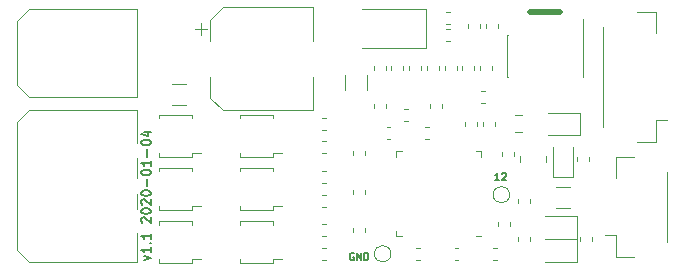
<source format=gbr>
G04 #@! TF.GenerationSoftware,KiCad,Pcbnew,(5.1.5-0-10_14)*
G04 #@! TF.CreationDate,2020-01-04T14:18:12-08:00*
G04 #@! TF.ProjectId,Grits,47726974-732e-46b6-9963-61645f706362,rev?*
G04 #@! TF.SameCoordinates,Original*
G04 #@! TF.FileFunction,Legend,Top*
G04 #@! TF.FilePolarity,Positive*
%FSLAX46Y46*%
G04 Gerber Fmt 4.6, Leading zero omitted, Abs format (unit mm)*
G04 Created by KiCad (PCBNEW (5.1.5-0-10_14)) date 2020-01-04 14:18:12*
%MOMM*%
%LPD*%
G04 APERTURE LIST*
%ADD10C,0.150000*%
%ADD11C,0.500000*%
%ADD12C,0.120000*%
G04 APERTURE END LIST*
D10*
X146135714Y-108771428D02*
X145792857Y-108771428D01*
X145964285Y-108771428D02*
X145964285Y-108171428D01*
X145907142Y-108257142D01*
X145850000Y-108314285D01*
X145792857Y-108342857D01*
X146364285Y-108228571D02*
X146392857Y-108200000D01*
X146450000Y-108171428D01*
X146592857Y-108171428D01*
X146650000Y-108200000D01*
X146678571Y-108228571D01*
X146707142Y-108285714D01*
X146707142Y-108342857D01*
X146678571Y-108428571D01*
X146335714Y-108771428D01*
X146707142Y-108771428D01*
X133792857Y-114950000D02*
X133735714Y-114921428D01*
X133650000Y-114921428D01*
X133564285Y-114950000D01*
X133507142Y-115007142D01*
X133478571Y-115064285D01*
X133450000Y-115178571D01*
X133450000Y-115264285D01*
X133478571Y-115378571D01*
X133507142Y-115435714D01*
X133564285Y-115492857D01*
X133650000Y-115521428D01*
X133707142Y-115521428D01*
X133792857Y-115492857D01*
X133821428Y-115464285D01*
X133821428Y-115264285D01*
X133707142Y-115264285D01*
X134078571Y-115521428D02*
X134078571Y-114921428D01*
X134421428Y-115521428D01*
X134421428Y-114921428D01*
X134707142Y-115521428D02*
X134707142Y-114921428D01*
X134850000Y-114921428D01*
X134935714Y-114950000D01*
X134992857Y-115007142D01*
X135021428Y-115064285D01*
X135050000Y-115178571D01*
X135050000Y-115264285D01*
X135021428Y-115378571D01*
X134992857Y-115435714D01*
X134935714Y-115492857D01*
X134850000Y-115521428D01*
X134707142Y-115521428D01*
X116078571Y-115538214D02*
X116611904Y-115347738D01*
X116078571Y-115157261D01*
X116611904Y-114433452D02*
X116611904Y-114890595D01*
X116611904Y-114662023D02*
X115811904Y-114662023D01*
X115926190Y-114738214D01*
X116002380Y-114814404D01*
X116040476Y-114890595D01*
X116535714Y-114090595D02*
X116573809Y-114052500D01*
X116611904Y-114090595D01*
X116573809Y-114128690D01*
X116535714Y-114090595D01*
X116611904Y-114090595D01*
X116611904Y-113290595D02*
X116611904Y-113747738D01*
X116611904Y-113519166D02*
X115811904Y-113519166D01*
X115926190Y-113595357D01*
X116002380Y-113671547D01*
X116040476Y-113747738D01*
X115888095Y-112376309D02*
X115850000Y-112338214D01*
X115811904Y-112262023D01*
X115811904Y-112071547D01*
X115850000Y-111995357D01*
X115888095Y-111957261D01*
X115964285Y-111919166D01*
X116040476Y-111919166D01*
X116154761Y-111957261D01*
X116611904Y-112414404D01*
X116611904Y-111919166D01*
X115811904Y-111423928D02*
X115811904Y-111347738D01*
X115850000Y-111271547D01*
X115888095Y-111233452D01*
X115964285Y-111195357D01*
X116116666Y-111157261D01*
X116307142Y-111157261D01*
X116459523Y-111195357D01*
X116535714Y-111233452D01*
X116573809Y-111271547D01*
X116611904Y-111347738D01*
X116611904Y-111423928D01*
X116573809Y-111500119D01*
X116535714Y-111538214D01*
X116459523Y-111576309D01*
X116307142Y-111614404D01*
X116116666Y-111614404D01*
X115964285Y-111576309D01*
X115888095Y-111538214D01*
X115850000Y-111500119D01*
X115811904Y-111423928D01*
X115888095Y-110852500D02*
X115850000Y-110814404D01*
X115811904Y-110738214D01*
X115811904Y-110547738D01*
X115850000Y-110471547D01*
X115888095Y-110433452D01*
X115964285Y-110395357D01*
X116040476Y-110395357D01*
X116154761Y-110433452D01*
X116611904Y-110890595D01*
X116611904Y-110395357D01*
X115811904Y-109900119D02*
X115811904Y-109823928D01*
X115850000Y-109747738D01*
X115888095Y-109709642D01*
X115964285Y-109671547D01*
X116116666Y-109633452D01*
X116307142Y-109633452D01*
X116459523Y-109671547D01*
X116535714Y-109709642D01*
X116573809Y-109747738D01*
X116611904Y-109823928D01*
X116611904Y-109900119D01*
X116573809Y-109976309D01*
X116535714Y-110014404D01*
X116459523Y-110052500D01*
X116307142Y-110090595D01*
X116116666Y-110090595D01*
X115964285Y-110052500D01*
X115888095Y-110014404D01*
X115850000Y-109976309D01*
X115811904Y-109900119D01*
X116307142Y-109290595D02*
X116307142Y-108681071D01*
X115811904Y-108147738D02*
X115811904Y-108071547D01*
X115850000Y-107995357D01*
X115888095Y-107957261D01*
X115964285Y-107919166D01*
X116116666Y-107881071D01*
X116307142Y-107881071D01*
X116459523Y-107919166D01*
X116535714Y-107957261D01*
X116573809Y-107995357D01*
X116611904Y-108071547D01*
X116611904Y-108147738D01*
X116573809Y-108223928D01*
X116535714Y-108262023D01*
X116459523Y-108300119D01*
X116307142Y-108338214D01*
X116116666Y-108338214D01*
X115964285Y-108300119D01*
X115888095Y-108262023D01*
X115850000Y-108223928D01*
X115811904Y-108147738D01*
X116611904Y-107119166D02*
X116611904Y-107576309D01*
X116611904Y-107347738D02*
X115811904Y-107347738D01*
X115926190Y-107423928D01*
X116002380Y-107500119D01*
X116040476Y-107576309D01*
X116307142Y-106776309D02*
X116307142Y-106166785D01*
X115811904Y-105633452D02*
X115811904Y-105557261D01*
X115850000Y-105481071D01*
X115888095Y-105442976D01*
X115964285Y-105404880D01*
X116116666Y-105366785D01*
X116307142Y-105366785D01*
X116459523Y-105404880D01*
X116535714Y-105442976D01*
X116573809Y-105481071D01*
X116611904Y-105557261D01*
X116611904Y-105633452D01*
X116573809Y-105709642D01*
X116535714Y-105747738D01*
X116459523Y-105785833D01*
X116307142Y-105823928D01*
X116116666Y-105823928D01*
X115964285Y-105785833D01*
X115888095Y-105747738D01*
X115850000Y-105709642D01*
X115811904Y-105633452D01*
X116078571Y-104681071D02*
X116611904Y-104681071D01*
X115773809Y-104871547D02*
X116345238Y-105062023D01*
X116345238Y-104566785D01*
D11*
X148750000Y-94500000D02*
X151250000Y-94500000D01*
D12*
X150650000Y-108500000D02*
X150650000Y-105950000D01*
X152350000Y-108500000D02*
X152350000Y-105950000D01*
X150650000Y-108500000D02*
X152350000Y-108500000D01*
X136950000Y-115000000D02*
G75*
G03X136950000Y-115000000I-700000J0D01*
G01*
X152740000Y-106837221D02*
X152740000Y-107162779D01*
X153760000Y-106837221D02*
X153760000Y-107162779D01*
X152935000Y-103040000D02*
X150250000Y-103040000D01*
X152935000Y-104960000D02*
X152935000Y-103040000D01*
X150250000Y-104960000D02*
X152935000Y-104960000D01*
X160310000Y-113965000D02*
X160310000Y-108035000D01*
X156040000Y-106765000D02*
X156040000Y-108565000D01*
X157490000Y-106765000D02*
X156040000Y-106765000D01*
X156040000Y-113435000D02*
X155050000Y-113435000D01*
X156040000Y-115235000D02*
X156040000Y-113435000D01*
X157490000Y-115235000D02*
X156040000Y-115235000D01*
X144135000Y-113510000D02*
X144610000Y-113510000D01*
X137390000Y-106290000D02*
X137390000Y-106765000D01*
X137865000Y-106290000D02*
X137390000Y-106290000D01*
X144610000Y-106290000D02*
X144610000Y-106765000D01*
X144135000Y-106290000D02*
X144610000Y-106290000D01*
X137390000Y-113510000D02*
X137390000Y-113035000D01*
X137865000Y-113510000D02*
X137390000Y-113510000D01*
X146830000Y-100015000D02*
X146765000Y-100015000D01*
X146830000Y-96485000D02*
X146765000Y-96485000D01*
X153235000Y-100015000D02*
X153170000Y-100015000D01*
X153235000Y-96485000D02*
X153170000Y-96485000D01*
X153170000Y-95160000D02*
X153170000Y-96485000D01*
X146765000Y-96485000D02*
X146765000Y-100015000D01*
X153235000Y-96485000D02*
X153235000Y-100015000D01*
X127700000Y-106475000D02*
X126970000Y-106475000D01*
X126970000Y-106770000D02*
X126970000Y-106475000D01*
X124130000Y-106770000D02*
X126970000Y-106770000D01*
X124130000Y-106475000D02*
X124130000Y-106770000D01*
X124130000Y-103230000D02*
X124130000Y-103525000D01*
X126970000Y-103230000D02*
X124130000Y-103230000D01*
X126970000Y-103525000D02*
X126970000Y-103230000D01*
X120855000Y-106475000D02*
X120125000Y-106475000D01*
X120125000Y-106770000D02*
X120125000Y-106475000D01*
X117285000Y-106770000D02*
X120125000Y-106770000D01*
X117285000Y-106475000D02*
X117285000Y-106770000D01*
X117285000Y-103230000D02*
X117285000Y-103525000D01*
X120125000Y-103230000D02*
X117285000Y-103230000D01*
X120125000Y-103525000D02*
X120125000Y-103230000D01*
X127700000Y-110975000D02*
X126970000Y-110975000D01*
X126970000Y-111270000D02*
X126970000Y-110975000D01*
X124130000Y-111270000D02*
X126970000Y-111270000D01*
X124130000Y-110975000D02*
X124130000Y-111270000D01*
X124130000Y-107730000D02*
X124130000Y-108025000D01*
X126970000Y-107730000D02*
X124130000Y-107730000D01*
X126970000Y-108025000D02*
X126970000Y-107730000D01*
X120855000Y-110975000D02*
X120125000Y-110975000D01*
X120125000Y-111270000D02*
X120125000Y-110975000D01*
X117285000Y-111270000D02*
X120125000Y-111270000D01*
X117285000Y-110975000D02*
X117285000Y-111270000D01*
X117285000Y-107730000D02*
X117285000Y-108025000D01*
X120125000Y-107730000D02*
X117285000Y-107730000D01*
X120125000Y-108025000D02*
X120125000Y-107730000D01*
X127700000Y-115475000D02*
X126970000Y-115475000D01*
X126970000Y-115770000D02*
X126970000Y-115475000D01*
X124130000Y-115770000D02*
X126970000Y-115770000D01*
X124130000Y-115475000D02*
X124130000Y-115770000D01*
X124130000Y-112230000D02*
X124130000Y-112525000D01*
X126970000Y-112230000D02*
X124130000Y-112230000D01*
X126970000Y-112525000D02*
X126970000Y-112230000D01*
X120855000Y-115475000D02*
X120125000Y-115475000D01*
X120125000Y-115770000D02*
X120125000Y-115475000D01*
X117285000Y-115770000D02*
X120125000Y-115770000D01*
X117285000Y-115475000D02*
X117285000Y-115770000D01*
X117285000Y-112230000D02*
X117285000Y-112525000D01*
X120125000Y-112230000D02*
X117285000Y-112230000D01*
X120125000Y-112525000D02*
X120125000Y-112230000D01*
X147000000Y-110000000D02*
G75*
G03X147000000Y-110000000I-700000J0D01*
G01*
X136510000Y-102662779D02*
X136510000Y-102337221D01*
X135490000Y-102662779D02*
X135490000Y-102337221D01*
X144510000Y-95912779D02*
X144510000Y-95587221D01*
X143490000Y-95912779D02*
X143490000Y-95587221D01*
X131087221Y-106510000D02*
X131412779Y-106510000D01*
X131087221Y-105490000D02*
X131412779Y-105490000D01*
X131412779Y-109990000D02*
X131087221Y-109990000D01*
X131412779Y-111010000D02*
X131087221Y-111010000D01*
X131087221Y-115510000D02*
X131412779Y-115510000D01*
X131087221Y-114490000D02*
X131412779Y-114490000D01*
X131087221Y-104510000D02*
X131412779Y-104510000D01*
X131087221Y-103490000D02*
X131412779Y-103490000D01*
X131087221Y-109010000D02*
X131412779Y-109010000D01*
X131087221Y-107990000D02*
X131412779Y-107990000D01*
X131087221Y-113510000D02*
X131412779Y-113510000D01*
X131087221Y-112490000D02*
X131412779Y-112490000D01*
X144587221Y-102260000D02*
X144912779Y-102260000D01*
X144587221Y-101240000D02*
X144912779Y-101240000D01*
X143240000Y-103837221D02*
X143240000Y-104162779D01*
X144260000Y-103837221D02*
X144260000Y-104162779D01*
X144740000Y-103837221D02*
X144740000Y-104162779D01*
X145760000Y-103837221D02*
X145760000Y-104162779D01*
X140162779Y-104240000D02*
X139837221Y-104240000D01*
X140162779Y-105260000D02*
X139837221Y-105260000D01*
X148760000Y-113912779D02*
X148760000Y-113587221D01*
X147740000Y-113912779D02*
X147740000Y-113587221D01*
X145587221Y-115510000D02*
X145912779Y-115510000D01*
X145587221Y-114490000D02*
X145912779Y-114490000D01*
X141260000Y-102662779D02*
X141260000Y-102337221D01*
X140240000Y-102662779D02*
X140240000Y-102337221D01*
X134910000Y-101102064D02*
X134910000Y-99897936D01*
X133090000Y-101102064D02*
X133090000Y-99897936D01*
X138087221Y-103760000D02*
X138412779Y-103760000D01*
X138087221Y-102740000D02*
X138412779Y-102740000D01*
X138010000Y-99412779D02*
X138010000Y-99087221D01*
X136990000Y-99412779D02*
X136990000Y-99087221D01*
X141010000Y-99412779D02*
X141010000Y-99087221D01*
X139990000Y-99412779D02*
X139990000Y-99087221D01*
X144010000Y-99412779D02*
X144010000Y-99087221D01*
X142990000Y-99412779D02*
X142990000Y-99087221D01*
X141912779Y-95990000D02*
X141587221Y-95990000D01*
X141912779Y-97010000D02*
X141587221Y-97010000D01*
X138490000Y-99087221D02*
X138490000Y-99412779D01*
X139510000Y-99087221D02*
X139510000Y-99412779D01*
X141490000Y-99087221D02*
X141490000Y-99412779D01*
X142510000Y-99087221D02*
X142510000Y-99412779D01*
X144490000Y-99087221D02*
X144490000Y-99412779D01*
X145510000Y-99087221D02*
X145510000Y-99412779D01*
X141587221Y-95510000D02*
X141912779Y-95510000D01*
X141587221Y-94490000D02*
X141912779Y-94490000D01*
X150110000Y-107261252D02*
X150110000Y-106738748D01*
X147890000Y-107261252D02*
X147890000Y-106738748D01*
X115410000Y-108598233D02*
X115410000Y-106901767D01*
X115410000Y-111240000D02*
X115410000Y-109901767D01*
X115410000Y-102815000D02*
X115410000Y-105598233D01*
X115410000Y-115685000D02*
X115410000Y-113260000D01*
X106290000Y-102815000D02*
X115410000Y-102815000D01*
X105290000Y-103815000D02*
X106290000Y-102815000D01*
X105290000Y-114685000D02*
X105290000Y-103815000D01*
X106290000Y-115685000D02*
X105290000Y-114685000D01*
X115410000Y-115685000D02*
X106290000Y-115685000D01*
X115420000Y-94315000D02*
X115420000Y-101685000D01*
X106290000Y-94315000D02*
X115420000Y-94315000D01*
X105290000Y-95315000D02*
X106290000Y-94315000D01*
X105290000Y-100685000D02*
X105290000Y-95315000D01*
X106290000Y-101685000D02*
X105290000Y-100685000D01*
X115420000Y-101685000D02*
X106290000Y-101685000D01*
X154890000Y-104240000D02*
X154890000Y-95810000D01*
X159360000Y-94540000D02*
X159360000Y-96340000D01*
X157760000Y-94540000D02*
X159360000Y-94540000D01*
X159360000Y-103710000D02*
X160300000Y-103710000D01*
X159360000Y-105510000D02*
X159360000Y-103710000D01*
X157760000Y-105510000D02*
X159360000Y-105510000D01*
X135490000Y-99087221D02*
X135490000Y-99412779D01*
X136510000Y-99087221D02*
X136510000Y-99412779D01*
X139900000Y-97550000D02*
X134500000Y-97550000D01*
X139900000Y-94250000D02*
X134500000Y-94250000D01*
X139900000Y-97550000D02*
X139900000Y-94250000D01*
X152685000Y-111790000D02*
X150000000Y-111790000D01*
X152685000Y-113710000D02*
X152685000Y-111790000D01*
X150000000Y-113710000D02*
X152685000Y-113710000D01*
X152685000Y-113790000D02*
X150000000Y-113790000D01*
X152685000Y-115710000D02*
X152685000Y-113790000D01*
X150000000Y-115710000D02*
X152685000Y-115710000D01*
X147740000Y-110337221D02*
X147740000Y-110662779D01*
X148760000Y-110337221D02*
X148760000Y-110662779D01*
X150897936Y-111160000D02*
X152102064Y-111160000D01*
X150897936Y-109340000D02*
X152102064Y-109340000D01*
X120900000Y-95490000D02*
X120900000Y-96490000D01*
X120400000Y-95990000D02*
X121400000Y-95990000D01*
X121640000Y-101795563D02*
X122704437Y-102860000D01*
X121640000Y-95204437D02*
X122704437Y-94140000D01*
X121640000Y-95204437D02*
X121640000Y-96990000D01*
X121640000Y-101795563D02*
X121640000Y-100010000D01*
X122704437Y-102860000D02*
X130360000Y-102860000D01*
X122704437Y-94140000D02*
X130360000Y-94140000D01*
X130360000Y-94140000D02*
X130360000Y-96990000D01*
X130360000Y-102860000D02*
X130360000Y-100010000D01*
X118397936Y-102410000D02*
X119602064Y-102410000D01*
X118397936Y-100590000D02*
X119602064Y-100590000D01*
X136912779Y-104240000D02*
X136587221Y-104240000D01*
X136912779Y-105260000D02*
X136587221Y-105260000D01*
X133740000Y-106337221D02*
X133740000Y-106662779D01*
X134760000Y-106337221D02*
X134760000Y-106662779D01*
X133740000Y-109587221D02*
X133740000Y-109912779D01*
X134760000Y-109587221D02*
X134760000Y-109912779D01*
X133740000Y-112837221D02*
X133740000Y-113162779D01*
X134760000Y-112837221D02*
X134760000Y-113162779D01*
X145990000Y-112337221D02*
X145990000Y-112662779D01*
X147010000Y-112337221D02*
X147010000Y-112662779D01*
X144990000Y-95587221D02*
X144990000Y-95912779D01*
X146010000Y-95587221D02*
X146010000Y-95912779D01*
X154010000Y-113912779D02*
X154010000Y-113587221D01*
X152990000Y-113912779D02*
X152990000Y-113587221D01*
X142662779Y-114490000D02*
X142337221Y-114490000D01*
X142662779Y-115510000D02*
X142337221Y-115510000D01*
X147360000Y-106712779D02*
X147360000Y-106387221D01*
X146340000Y-106712779D02*
X146340000Y-106387221D01*
X148008578Y-103290000D02*
X147491422Y-103290000D01*
X148008578Y-104710000D02*
X147491422Y-104710000D01*
X139087221Y-115510000D02*
X139412779Y-115510000D01*
X139087221Y-114490000D02*
X139412779Y-114490000D01*
M02*

</source>
